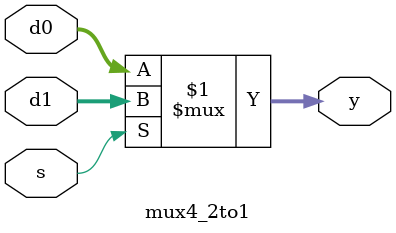
<source format=v>
/* 4-bit 2 to 1 Multiplexer */
module mux4_2to1(
  input s,
  input[3:0] d0,
  input[3:0] d1,
  output[3:0] y
);

assign y[3:0] = s ? d1[3:0] : d0[3:0];

endmodule

</source>
